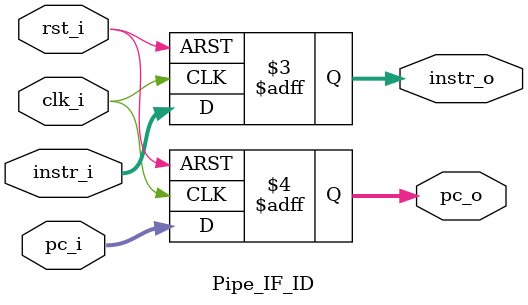
<source format=v>
module Pipe_IF_ID(
	rst_i,
	clk_i,
	instr_i,
	pc_i,
	instr_o,
	pc_o
);

input rst_i;
input clk_i;
input [32-1:0] instr_i;
input [32-1:0] pc_i;
output reg[32-1:0] instr_o;
output reg [32-1:0] pc_o;

always @(posedge clk_i or negedge  rst_i) begin
	if(rst_i == 0) begin
		instr_o <= 0;
		pc_o <= 0;
	end
	else begin
		instr_o <= instr_i;
		pc_o <= pc_i;
	end
end

endmodule	
</source>
